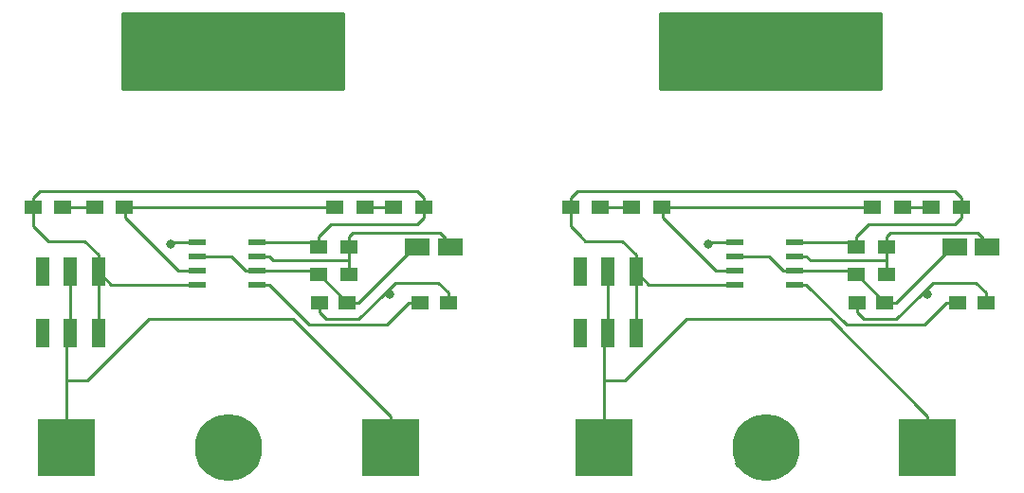
<source format=gtl>
G04 #@! TF.GenerationSoftware,KiCad,Pcbnew,(5.0.0)*
G04 #@! TF.CreationDate,2019-01-07T22:48:04+01:00*
G04 #@! TF.ProjectId,panel,70616E656C2E6B696361645F70636200,rev?*
G04 #@! TF.SameCoordinates,Original*
G04 #@! TF.FileFunction,Copper,L1,Top,Signal*
G04 #@! TF.FilePolarity,Positive*
%FSLAX46Y46*%
G04 Gerber Fmt 4.6, Leading zero omitted, Abs format (unit mm)*
G04 Created by KiCad (PCBNEW (5.0.0)) date 01/07/19 22:48:05*
%MOMM*%
%LPD*%
G01*
G04 APERTURE LIST*
G04 #@! TA.AperFunction,SMDPad,CuDef*
%ADD10R,2.200000X1.500000*%
G04 #@! TD*
G04 #@! TA.AperFunction,SMDPad,CuDef*
%ADD11R,1.500000X1.250000*%
G04 #@! TD*
G04 #@! TA.AperFunction,BGAPad,CuDef*
%ADD12C,6.000000*%
G04 #@! TD*
G04 #@! TA.AperFunction,SMDPad,CuDef*
%ADD13R,5.080000X5.080000*%
G04 #@! TD*
G04 #@! TA.AperFunction,SMDPad,CuDef*
%ADD14R,1.550000X0.600000*%
G04 #@! TD*
G04 #@! TA.AperFunction,SMDPad,CuDef*
%ADD15R,1.200000X2.500000*%
G04 #@! TD*
G04 #@! TA.AperFunction,SMDPad,CuDef*
%ADD16R,1.500000X1.300000*%
G04 #@! TD*
G04 #@! TA.AperFunction,ViaPad*
%ADD17C,0.800000*%
G04 #@! TD*
G04 #@! TA.AperFunction,Conductor*
%ADD18C,0.250000*%
G04 #@! TD*
G04 #@! TA.AperFunction,Conductor*
%ADD19C,0.254000*%
G04 #@! TD*
G04 APERTURE END LIST*
D10*
G04 #@! TO.P,D1,1*
G04 #@! TO.N,Net-(C1-Pad1)*
X180750000Y-105200000D03*
G04 #@! TO.P,D1,2*
G04 #@! TO.N,Net-(D1-Pad2)*
X183650000Y-105200000D03*
G04 #@! TD*
D11*
G04 #@! TO.P,C2,2*
G04 #@! TO.N,GND*
X183500000Y-110200000D03*
G04 #@! TO.P,C2,1*
G04 #@! TO.N,Net-(C2-Pad1)*
X181000000Y-110200000D03*
G04 #@! TD*
D12*
G04 #@! TO.P,BT1,2*
G04 #@! TO.N,GND*
X163850000Y-123200000D03*
D13*
G04 #@! TO.P,BT1,1*
G04 #@! TO.N,Net-(BT1-Pad1)*
X178315000Y-123200000D03*
X149385000Y-123200000D03*
G04 #@! TD*
D14*
G04 #@! TO.P,U1,1*
G04 #@! TO.N,GND*
X161050000Y-104795000D03*
G04 #@! TO.P,U1,2*
G04 #@! TO.N,Net-(C1-Pad1)*
X161050000Y-106065000D03*
G04 #@! TO.P,U1,3*
G04 #@! TO.N,Net-(D2-Pad1)*
X161050000Y-107335000D03*
G04 #@! TO.P,U1,4*
G04 #@! TO.N,+3V3*
X161050000Y-108605000D03*
G04 #@! TO.P,U1,5*
G04 #@! TO.N,Net-(C2-Pad1)*
X166450000Y-108605000D03*
G04 #@! TO.P,U1,6*
G04 #@! TO.N,Net-(C1-Pad1)*
X166450000Y-107335000D03*
G04 #@! TO.P,U1,7*
G04 #@! TO.N,Net-(D1-Pad2)*
X166450000Y-106065000D03*
G04 #@! TO.P,U1,8*
G04 #@! TO.N,+3V3*
X166450000Y-104795000D03*
G04 #@! TD*
D15*
G04 #@! TO.P,SW1,6*
G04 #@! TO.N,Net-(SW1-Pad6)*
X147250000Y-107450000D03*
G04 #@! TO.P,SW1,5*
G04 #@! TO.N,Net-(BT1-Pad1)*
X149750000Y-107450000D03*
G04 #@! TO.P,SW1,4*
G04 #@! TO.N,+3V3*
X152250000Y-107450000D03*
G04 #@! TO.P,SW1,3*
G04 #@! TO.N,Net-(SW1-Pad3)*
X147250000Y-112950000D03*
G04 #@! TO.P,SW1,2*
G04 #@! TO.N,Net-(BT1-Pad1)*
X149750000Y-112950000D03*
G04 #@! TO.P,SW1,1*
G04 #@! TO.N,+3V3*
X152250000Y-112950000D03*
G04 #@! TD*
D16*
G04 #@! TO.P,R1,1*
G04 #@! TO.N,+3V3*
X171900000Y-105200000D03*
G04 #@! TO.P,R1,2*
G04 #@! TO.N,Net-(D1-Pad2)*
X174600000Y-105200000D03*
G04 #@! TD*
D11*
G04 #@! TO.P,C1,1*
G04 #@! TO.N,Net-(C1-Pad1)*
X174500000Y-110200000D03*
G04 #@! TO.P,C1,2*
G04 #@! TO.N,GND*
X172000000Y-110200000D03*
G04 #@! TD*
D16*
G04 #@! TO.P,R2,2*
G04 #@! TO.N,Net-(C1-Pad1)*
X171900000Y-107700000D03*
G04 #@! TO.P,R2,1*
G04 #@! TO.N,Net-(D1-Pad2)*
X174600000Y-107700000D03*
G04 #@! TD*
G04 #@! TO.P,D2,1*
G04 #@! TO.N,Net-(D2-Pad1)*
X154600000Y-101700000D03*
G04 #@! TO.P,D2,2*
G04 #@! TO.N,Net-(D2-Pad2)*
X151900000Y-101700000D03*
G04 #@! TD*
G04 #@! TO.P,D3,2*
G04 #@! TO.N,Net-(D3-Pad2)*
X176100000Y-101700000D03*
G04 #@! TO.P,D3,1*
G04 #@! TO.N,Net-(D2-Pad1)*
X173400000Y-101700000D03*
G04 #@! TD*
G04 #@! TO.P,R4,2*
G04 #@! TO.N,Net-(D3-Pad2)*
X178650000Y-101700000D03*
G04 #@! TO.P,R4,1*
G04 #@! TO.N,+3V3*
X181350000Y-101700000D03*
G04 #@! TD*
G04 #@! TO.P,R3,1*
G04 #@! TO.N,+3V3*
X146400000Y-101700000D03*
G04 #@! TO.P,R3,2*
G04 #@! TO.N,Net-(D2-Pad2)*
X149100000Y-101700000D03*
G04 #@! TD*
D13*
G04 #@! TO.P,BT1,1*
G04 #@! TO.N,Net-(BT1-Pad1)*
X101385000Y-123200000D03*
X130315000Y-123200000D03*
D12*
G04 #@! TO.P,BT1,2*
G04 #@! TO.N,GND*
X115850000Y-123200000D03*
G04 #@! TD*
D11*
G04 #@! TO.P,C1,2*
G04 #@! TO.N,GND*
X124000000Y-110200000D03*
G04 #@! TO.P,C1,1*
G04 #@! TO.N,Net-(C1-Pad1)*
X126500000Y-110200000D03*
G04 #@! TD*
G04 #@! TO.P,C2,1*
G04 #@! TO.N,Net-(C2-Pad1)*
X133000000Y-110200000D03*
G04 #@! TO.P,C2,2*
G04 #@! TO.N,GND*
X135500000Y-110200000D03*
G04 #@! TD*
D16*
G04 #@! TO.P,D2,2*
G04 #@! TO.N,Net-(D2-Pad2)*
X103900000Y-101700000D03*
G04 #@! TO.P,D2,1*
G04 #@! TO.N,Net-(D2-Pad1)*
X106600000Y-101700000D03*
G04 #@! TD*
G04 #@! TO.P,D3,1*
G04 #@! TO.N,Net-(D2-Pad1)*
X125400000Y-101700000D03*
G04 #@! TO.P,D3,2*
G04 #@! TO.N,Net-(D3-Pad2)*
X128100000Y-101700000D03*
G04 #@! TD*
G04 #@! TO.P,R1,2*
G04 #@! TO.N,Net-(D1-Pad2)*
X126600000Y-105200000D03*
G04 #@! TO.P,R1,1*
G04 #@! TO.N,+3V3*
X123900000Y-105200000D03*
G04 #@! TD*
G04 #@! TO.P,R2,1*
G04 #@! TO.N,Net-(D1-Pad2)*
X126600000Y-107700000D03*
G04 #@! TO.P,R2,2*
G04 #@! TO.N,Net-(C1-Pad1)*
X123900000Y-107700000D03*
G04 #@! TD*
G04 #@! TO.P,R3,2*
G04 #@! TO.N,Net-(D2-Pad2)*
X101100000Y-101700000D03*
G04 #@! TO.P,R3,1*
G04 #@! TO.N,+3V3*
X98400000Y-101700000D03*
G04 #@! TD*
G04 #@! TO.P,R4,1*
G04 #@! TO.N,+3V3*
X133350000Y-101700000D03*
G04 #@! TO.P,R4,2*
G04 #@! TO.N,Net-(D3-Pad2)*
X130650000Y-101700000D03*
G04 #@! TD*
D15*
G04 #@! TO.P,SW1,1*
G04 #@! TO.N,+3V3*
X104250000Y-112950000D03*
G04 #@! TO.P,SW1,2*
G04 #@! TO.N,Net-(BT1-Pad1)*
X101750000Y-112950000D03*
G04 #@! TO.P,SW1,3*
G04 #@! TO.N,Net-(SW1-Pad3)*
X99250000Y-112950000D03*
G04 #@! TO.P,SW1,4*
G04 #@! TO.N,+3V3*
X104250000Y-107450000D03*
G04 #@! TO.P,SW1,5*
G04 #@! TO.N,Net-(BT1-Pad1)*
X101750000Y-107450000D03*
G04 #@! TO.P,SW1,6*
G04 #@! TO.N,Net-(SW1-Pad6)*
X99250000Y-107450000D03*
G04 #@! TD*
D14*
G04 #@! TO.P,U1,8*
G04 #@! TO.N,+3V3*
X118450000Y-104795000D03*
G04 #@! TO.P,U1,7*
G04 #@! TO.N,Net-(D1-Pad2)*
X118450000Y-106065000D03*
G04 #@! TO.P,U1,6*
G04 #@! TO.N,Net-(C1-Pad1)*
X118450000Y-107335000D03*
G04 #@! TO.P,U1,5*
G04 #@! TO.N,Net-(C2-Pad1)*
X118450000Y-108605000D03*
G04 #@! TO.P,U1,4*
G04 #@! TO.N,+3V3*
X113050000Y-108605000D03*
G04 #@! TO.P,U1,3*
G04 #@! TO.N,Net-(D2-Pad1)*
X113050000Y-107335000D03*
G04 #@! TO.P,U1,2*
G04 #@! TO.N,Net-(C1-Pad1)*
X113050000Y-106065000D03*
G04 #@! TO.P,U1,1*
G04 #@! TO.N,GND*
X113050000Y-104795000D03*
G04 #@! TD*
D10*
G04 #@! TO.P,D1,2*
G04 #@! TO.N,Net-(D1-Pad2)*
X135650000Y-105200000D03*
G04 #@! TO.P,D1,1*
G04 #@! TO.N,Net-(C1-Pad1)*
X132750000Y-105200000D03*
G04 #@! TD*
D17*
G04 #@! TO.N,GND*
X108750000Y-84700000D03*
X118150000Y-124600000D03*
X113550000Y-124600000D03*
X110750000Y-104950000D03*
X124000000Y-110200000D03*
X130250000Y-109450000D03*
X156750000Y-84700000D03*
X158750000Y-104950000D03*
X166150000Y-124600000D03*
X161550000Y-124600000D03*
X178250000Y-109450000D03*
X172000000Y-110200000D03*
G04 #@! TD*
D18*
G04 #@! TO.N,Net-(BT1-Pad1)*
X101385000Y-113315000D02*
X101750000Y-112950000D01*
X101750000Y-111450000D02*
X101750000Y-107450000D01*
X101750000Y-112950000D02*
X101750000Y-111450000D01*
X101385000Y-117200000D02*
X101385000Y-113315000D01*
X101385000Y-123200000D02*
X101385000Y-117200000D01*
X130315000Y-120410000D02*
X121605000Y-111700000D01*
X121605000Y-111700000D02*
X108750000Y-111700000D01*
X103250000Y-117200000D02*
X101385000Y-117200000D01*
X130315000Y-123200000D02*
X130315000Y-120410000D01*
X108750000Y-111700000D02*
X103250000Y-117200000D01*
X156750000Y-111700000D02*
X151250000Y-117200000D01*
X149750000Y-111450000D02*
X149750000Y-107450000D01*
X151250000Y-117200000D02*
X149385000Y-117200000D01*
X178315000Y-123200000D02*
X178315000Y-120410000D01*
X149385000Y-113315000D02*
X149750000Y-112950000D01*
X149385000Y-117200000D02*
X149385000Y-113315000D01*
X149385000Y-123200000D02*
X149385000Y-117200000D01*
X178315000Y-120410000D02*
X169605000Y-111700000D01*
X149750000Y-112950000D02*
X149750000Y-111450000D01*
X169605000Y-111700000D02*
X156750000Y-111700000D01*
G04 #@! TO.N,GND*
X115850000Y-123200000D02*
X114950000Y-123200000D01*
X135500000Y-109325000D02*
X134625000Y-108450000D01*
X134625000Y-108450000D02*
X130750000Y-108450000D01*
X135500000Y-110200000D02*
X135500000Y-109325000D01*
X124000000Y-111075000D02*
X124000000Y-110200000D01*
X127500000Y-111700000D02*
X124625000Y-111700000D01*
X124625000Y-111700000D02*
X124000000Y-111075000D01*
X113050000Y-104795000D02*
X110905000Y-104795000D01*
X110905000Y-104795000D02*
X110750000Y-104950000D01*
X129750000Y-109450000D02*
X130250000Y-109450000D01*
X129750000Y-109450000D02*
X127500000Y-111700000D01*
X130750000Y-108450000D02*
X129750000Y-109450000D01*
X163850000Y-123200000D02*
X162950000Y-123200000D01*
X172000000Y-111075000D02*
X172000000Y-110200000D01*
X183500000Y-109325000D02*
X182625000Y-108450000D01*
X175500000Y-111700000D02*
X172625000Y-111700000D01*
X161050000Y-104795000D02*
X158905000Y-104795000D01*
X177750000Y-109450000D02*
X178250000Y-109450000D01*
X172625000Y-111700000D02*
X172000000Y-111075000D01*
X177750000Y-109450000D02*
X175500000Y-111700000D01*
X182625000Y-108450000D02*
X178750000Y-108450000D01*
X158905000Y-104795000D02*
X158750000Y-104950000D01*
X178750000Y-108450000D02*
X177750000Y-109450000D01*
X183500000Y-110200000D02*
X183500000Y-109325000D01*
G04 #@! TO.N,Net-(C1-Pad1)*
X123900000Y-107700000D02*
X124000000Y-107700000D01*
X124000000Y-107700000D02*
X126500000Y-110200000D01*
X114075000Y-106065000D02*
X113050000Y-106065000D01*
X116155000Y-106065000D02*
X114075000Y-106065000D01*
X117425000Y-107335000D02*
X116155000Y-106065000D01*
X118450000Y-107335000D02*
X117425000Y-107335000D01*
X123535000Y-107335000D02*
X123900000Y-107700000D01*
X118450000Y-107335000D02*
X123535000Y-107335000D01*
X132500000Y-105200000D02*
X133150000Y-105200000D01*
X127500000Y-110200000D02*
X132500000Y-105200000D01*
X126500000Y-110200000D02*
X127500000Y-110200000D01*
X180500000Y-105200000D02*
X181150000Y-105200000D01*
X175500000Y-110200000D02*
X180500000Y-105200000D01*
X174500000Y-110200000D02*
X175500000Y-110200000D01*
X166450000Y-107335000D02*
X171535000Y-107335000D01*
X171900000Y-107700000D02*
X172000000Y-107700000D01*
X172000000Y-107700000D02*
X174500000Y-110200000D01*
X162075000Y-106065000D02*
X161050000Y-106065000D01*
X164155000Y-106065000D02*
X162075000Y-106065000D01*
X165425000Y-107335000D02*
X164155000Y-106065000D01*
X171535000Y-107335000D02*
X171900000Y-107700000D01*
X166450000Y-107335000D02*
X165425000Y-107335000D01*
G04 #@! TO.N,Net-(C2-Pad1)*
X132000000Y-110200000D02*
X133000000Y-110200000D01*
X130000000Y-112200000D02*
X132000000Y-110200000D01*
X123070000Y-112200000D02*
X130000000Y-112200000D01*
X119475000Y-108605000D02*
X123070000Y-112200000D01*
X118450000Y-108605000D02*
X119475000Y-108605000D01*
X166450000Y-108605000D02*
X167475000Y-108605000D01*
X178000000Y-112200000D02*
X180000000Y-110200000D01*
X180000000Y-110200000D02*
X181000000Y-110200000D01*
X171070000Y-112200000D02*
X178000000Y-112200000D01*
X167475000Y-108605000D02*
X171070000Y-112200000D01*
G04 #@! TO.N,Net-(D1-Pad2)*
X119475000Y-106065000D02*
X119860000Y-106450000D01*
X118450000Y-106065000D02*
X119475000Y-106065000D01*
X119860000Y-106450000D02*
X126600000Y-106450000D01*
X126600000Y-105200000D02*
X126600000Y-106450000D01*
X126600000Y-106450000D02*
X126600000Y-107700000D01*
X126600000Y-104300000D02*
X126950000Y-103950000D01*
X126600000Y-105200000D02*
X126600000Y-104300000D01*
X126950000Y-103950000D02*
X134750000Y-103950000D01*
X135250000Y-104450000D02*
X135250000Y-105200000D01*
X134750000Y-103950000D02*
X135250000Y-104450000D01*
X166450000Y-106065000D02*
X167475000Y-106065000D01*
X167860000Y-106450000D02*
X174600000Y-106450000D01*
X174600000Y-105200000D02*
X174600000Y-106450000D01*
X183250000Y-104450000D02*
X183250000Y-105200000D01*
X174600000Y-104300000D02*
X174950000Y-103950000D01*
X174600000Y-105200000D02*
X174600000Y-104300000D01*
X182750000Y-103950000D02*
X183250000Y-104450000D01*
X174600000Y-106450000D02*
X174600000Y-107700000D01*
X174950000Y-103950000D02*
X182750000Y-103950000D01*
X167475000Y-106065000D02*
X167860000Y-106450000D01*
G04 #@! TO.N,Net-(D2-Pad2)*
X101600000Y-101700000D02*
X103950000Y-101700000D01*
X149600000Y-101700000D02*
X151950000Y-101700000D01*
G04 #@! TO.N,Net-(D2-Pad1)*
X112025000Y-107335000D02*
X113050000Y-107335000D01*
X111385000Y-107335000D02*
X112025000Y-107335000D01*
X106650000Y-102600000D02*
X111385000Y-107335000D01*
X106650000Y-101700000D02*
X106650000Y-102600000D01*
X106650000Y-101700000D02*
X125400000Y-101700000D01*
X159385000Y-107335000D02*
X160025000Y-107335000D01*
X154650000Y-102600000D02*
X159385000Y-107335000D01*
X154650000Y-101700000D02*
X154650000Y-102600000D01*
X154650000Y-101700000D02*
X173400000Y-101700000D01*
X160025000Y-107335000D02*
X161050000Y-107335000D01*
G04 #@! TO.N,Net-(D3-Pad2)*
X128100000Y-101700000D02*
X130650000Y-101700000D01*
X176100000Y-101700000D02*
X178650000Y-101700000D01*
G04 #@! TO.N,+3V3*
X104250000Y-111450000D02*
X104250000Y-107450000D01*
X104250000Y-112950000D02*
X104250000Y-111450000D01*
X104250000Y-107450000D02*
X104250000Y-106800000D01*
X103000000Y-104700000D02*
X99750000Y-104700000D01*
X104250000Y-107450000D02*
X104250000Y-105950000D01*
X104250000Y-105950000D02*
X103000000Y-104700000D01*
X133350000Y-100800000D02*
X133350000Y-101700000D01*
X132750000Y-100200000D02*
X133350000Y-100800000D01*
X105405000Y-108605000D02*
X104250000Y-107450000D01*
X113050000Y-108605000D02*
X105405000Y-108605000D01*
X123495000Y-104795000D02*
X123900000Y-105200000D01*
X118450000Y-104795000D02*
X123495000Y-104795000D01*
X133350000Y-102600000D02*
X133350000Y-101700000D01*
X132750000Y-103200000D02*
X133350000Y-102600000D01*
X125000000Y-103200000D02*
X132750000Y-103200000D01*
X123900000Y-105200000D02*
X123900000Y-104300000D01*
X123900000Y-104300000D02*
X125000000Y-103200000D01*
X99000000Y-100200000D02*
X100250000Y-100200000D01*
X98400000Y-100800000D02*
X99000000Y-100200000D01*
X98400000Y-101700000D02*
X98400000Y-100800000D01*
X99500000Y-100200000D02*
X100250000Y-100200000D01*
X100250000Y-100200000D02*
X132750000Y-100200000D01*
X98400000Y-103350000D02*
X98400000Y-101700000D01*
X99250000Y-104200000D02*
X98400000Y-103350000D01*
X99250000Y-104200000D02*
X98900000Y-103850000D01*
X99750000Y-104700000D02*
X99250000Y-104200000D01*
X147750000Y-104700000D02*
X147250000Y-104200000D01*
X146400000Y-103350000D02*
X146400000Y-101700000D01*
X147250000Y-104200000D02*
X146400000Y-103350000D01*
X147250000Y-104200000D02*
X146900000Y-103850000D01*
X180750000Y-100200000D02*
X181350000Y-100800000D01*
X153405000Y-108605000D02*
X152250000Y-107450000D01*
X152250000Y-111450000D02*
X152250000Y-107450000D01*
X171495000Y-104795000D02*
X171900000Y-105200000D01*
X166450000Y-104795000D02*
X171495000Y-104795000D01*
X181350000Y-102600000D02*
X181350000Y-101700000D01*
X161050000Y-108605000D02*
X153405000Y-108605000D01*
X173000000Y-103200000D02*
X180750000Y-103200000D01*
X152250000Y-112950000D02*
X152250000Y-111450000D01*
X171900000Y-105200000D02*
X171900000Y-104300000D01*
X171900000Y-104300000D02*
X173000000Y-103200000D01*
X147000000Y-100200000D02*
X148250000Y-100200000D01*
X181350000Y-100800000D02*
X181350000Y-101700000D01*
X146400000Y-100800000D02*
X147000000Y-100200000D01*
X146400000Y-101700000D02*
X146400000Y-100800000D01*
X147500000Y-100200000D02*
X148250000Y-100200000D01*
X148250000Y-100200000D02*
X180750000Y-100200000D01*
X151000000Y-104700000D02*
X147750000Y-104700000D01*
X180750000Y-103200000D02*
X181350000Y-102600000D01*
X152250000Y-107450000D02*
X152250000Y-106800000D01*
X152250000Y-107450000D02*
X152250000Y-105950000D01*
X152250000Y-105950000D02*
X151000000Y-104700000D01*
G04 #@! TD*
D19*
G04 #@! TO.N,GND*
G36*
X126123000Y-91073000D02*
X106377000Y-91073000D01*
X106377000Y-84327000D01*
X126123000Y-84327000D01*
X126123000Y-91073000D01*
X126123000Y-91073000D01*
G37*
X126123000Y-91073000D02*
X106377000Y-91073000D01*
X106377000Y-84327000D01*
X126123000Y-84327000D01*
X126123000Y-91073000D01*
G36*
X174123000Y-91073000D02*
X154377000Y-91073000D01*
X154377000Y-84327000D01*
X174123000Y-84327000D01*
X174123000Y-91073000D01*
X174123000Y-91073000D01*
G37*
X174123000Y-91073000D02*
X154377000Y-91073000D01*
X154377000Y-84327000D01*
X174123000Y-84327000D01*
X174123000Y-91073000D01*
G04 #@! TD*
M02*

</source>
